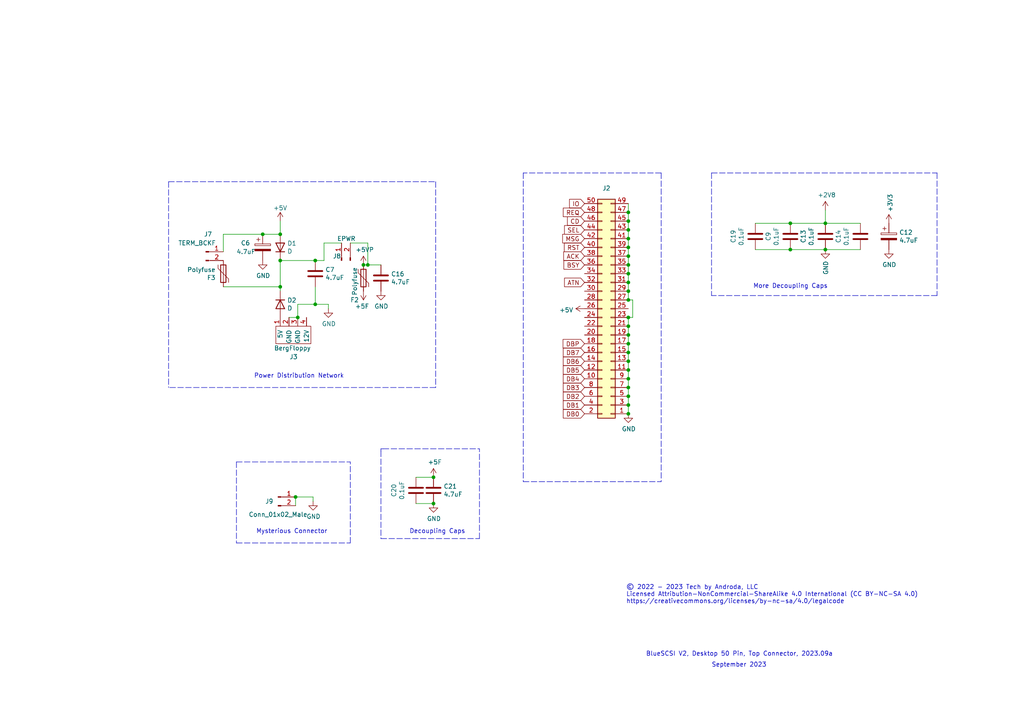
<source format=kicad_sch>
(kicad_sch (version 20211123) (generator eeschema)
  (paper "A4")
  (lib_symbols
    (symbol "Connector:Conn_01x02_Male" (pin_names (offset 1.016) hide)
      (property "Reference" "J" (at 0 2.54 0))
      (property "Value" "Conn_01x02_Male" (at 0 -5.08 0))
      (symbol "Conn_01x02_Male_1_1"
        (polyline (pts (xy 1.27 -2.54) (xy 0.8636 -2.54)) (stroke (width 0.1524)))
        (polyline (pts (xy 1.27 0) (xy 0.8636 0)) (stroke (width 0.1524)))
        (rectangle (start 0.8636 -2.413) (end 0 -2.667) (stroke (width 0.1524)) (fill (type outline)))
        (rectangle (start 0.8636 0.127) (end 0 -0.127) (stroke (width 0.1524)) (fill (type outline)))
        (pin passive line (at 5.08 0 180) (length 3.81) (name "Pin_1") (number "1"))
        (pin passive line (at 5.08 -2.54 180) (length 3.81) (name "Pin_2") (number "2"))
      )
    )
    (symbol "Connector_Generic:Conn_02x25_Odd_Even" (pin_names (offset 1.016) hide)
      (property "Reference" "J" (at 1.27 33.02 0))
      (property "Value" "Conn_02x25_Odd_Even" (at 1.27 -33.02 0))
      (symbol "Conn_02x25_Odd_Even_1_1"
        (rectangle (start -1.27 -30.353) (end 0 -30.607) (stroke (width 0.1524)))
        (rectangle (start -1.27 -27.813) (end 0 -28.067) (stroke (width 0.1524)))
        (rectangle (start -1.27 -25.273) (end 0 -25.527) (stroke (width 0.1524)))
        (rectangle (start -1.27 -22.733) (end 0 -22.987) (stroke (width 0.1524)))
        (rectangle (start -1.27 -20.193) (end 0 -20.447) (stroke (width 0.1524)))
        (rectangle (start -1.27 -17.653) (end 0 -17.907) (stroke (width 0.1524)))
        (rectangle (start -1.27 -15.113) (end 0 -15.367) (stroke (width 0.1524)))
        (rectangle (start -1.27 -12.573) (end 0 -12.827) (stroke (width 0.1524)))
        (rectangle (start -1.27 -10.033) (end 0 -10.287) (stroke (width 0.1524)))
        (rectangle (start -1.27 -7.493) (end 0 -7.747) (stroke (width 0.1524)))
        (rectangle (start -1.27 -4.953) (end 0 -5.207) (stroke (width 0.1524)))
        (rectangle (start -1.27 -2.413) (end 0 -2.667) (stroke (width 0.1524)))
        (rectangle (start -1.27 0.127) (end 0 -0.127) (stroke (width 0.1524)))
        (rectangle (start -1.27 2.667) (end 0 2.413) (stroke (width 0.1524)))
        (rectangle (start -1.27 5.207) (end 0 4.953) (stroke (width 0.1524)))
        (rectangle (start -1.27 7.747) (end 0 7.493) (stroke (width 0.1524)))
        (rectangle (start -1.27 10.287) (end 0 10.033) (stroke (width 0.1524)))
        (rectangle (start -1.27 12.827) (end 0 12.573) (stroke (width 0.1524)))
        (rectangle (start -1.27 15.367) (end 0 15.113) (stroke (width 0.1524)))
        (rectangle (start -1.27 17.907) (end 0 17.653) (stroke (width 0.1524)))
        (rectangle (start -1.27 20.447) (end 0 20.193) (stroke (width 0.1524)))
        (rectangle (start -1.27 22.987) (end 0 22.733) (stroke (width 0.1524)))
        (rectangle (start -1.27 25.527) (end 0 25.273) (stroke (width 0.1524)))
        (rectangle (start -1.27 28.067) (end 0 27.813) (stroke (width 0.1524)))
        (rectangle (start -1.27 30.607) (end 0 30.353) (stroke (width 0.1524)))
        (rectangle (start -1.27 31.75) (end 3.81 -31.75) (stroke (width 0.254)) (fill (type background)))
        (rectangle (start 3.81 -30.353) (end 2.54 -30.607) (stroke (width 0.1524)))
        (rectangle (start 3.81 -27.813) (end 2.54 -28.067) (stroke (width 0.1524)))
        (rectangle (start 3.81 -25.273) (end 2.54 -25.527) (stroke (width 0.1524)))
        (rectangle (start 3.81 -22.733) (end 2.54 -22.987) (stroke (width 0.1524)))
        (rectangle (start 3.81 -20.193) (end 2.54 -20.447) (stroke (width 0.1524)))
        (rectangle (start 3.81 -17.653) (end 2.54 -17.907) (stroke (width 0.1524)))
        (rectangle (start 3.81 -15.113) (end 2.54 -15.367) (stroke (width 0.1524)))
        (rectangle (start 3.81 -12.573) (end 2.54 -12.827) (stroke (width 0.1524)))
        (rectangle (start 3.81 -10.033) (end 2.54 -10.287) (stroke (width 0.1524)))
        (rectangle (start 3.81 -7.493) (end 2.54 -7.747) (stroke (width 0.1524)))
        (rectangle (start 3.81 -4.953) (end 2.54 -5.207) (stroke (width 0.1524)))
        (rectangle (start 3.81 -2.413) (end 2.54 -2.667) (stroke (width 0.1524)))
        (rectangle (start 3.81 0.127) (end 2.54 -0.127) (stroke (width 0.1524)))
        (rectangle (start 3.81 2.667) (end 2.54 2.413) (stroke (width 0.1524)))
        (rectangle (start 3.81 5.207) (end 2.54 4.953) (stroke (width 0.1524)))
        (rectangle (start 3.81 7.747) (end 2.54 7.493) (stroke (width 0.1524)))
        (rectangle (start 3.81 10.287) (end 2.54 10.033) (stroke (width 0.1524)))
        (rectangle (start 3.81 12.827) (end 2.54 12.573) (stroke (width 0.1524)))
        (rectangle (start 3.81 15.367) (end 2.54 15.113) (stroke (width 0.1524)))
        (rectangle (start 3.81 17.907) (end 2.54 17.653) (stroke (width 0.1524)))
        (rectangle (start 3.81 20.447) (end 2.54 20.193) (stroke (width 0.1524)))
        (rectangle (start 3.81 22.987) (end 2.54 22.733) (stroke (width 0.1524)))
        (rectangle (start 3.81 25.527) (end 2.54 25.273) (stroke (width 0.1524)))
        (rectangle (start 3.81 28.067) (end 2.54 27.813) (stroke (width 0.1524)))
        (rectangle (start 3.81 30.607) (end 2.54 30.353) (stroke (width 0.1524)))
        (pin passive line (at -5.08 30.48 0) (length 3.81) (name "Pin_1") (number "1"))
        (pin passive line (at 7.62 20.32 180) (length 3.81) (name "Pin_10") (number "10"))
        (pin passive line (at -5.08 17.78 0) (length 3.81) (name "Pin_11") (number "11"))
        (pin passive line (at 7.62 17.78 180) (length 3.81) (name "Pin_12") (number "12"))
        (pin passive line (at -5.08 15.24 0) (length 3.81) (name "Pin_13") (number "13"))
        (pin passive line (at 7.62 15.24 180) (length 3.81) (name "Pin_14") (number "14"))
        (pin passive line (at -5.08 12.7 0) (length 3.81) (name "Pin_15") (number "15"))
        (pin passive line (at 7.62 12.7 180) (length 3.81) (name "Pin_16") (number "16"))
        (pin passive line (at -5.08 10.16 0) (length 3.81) (name "Pin_17") (number "17"))
        (pin passive line (at 7.62 10.16 180) (length 3.81) (name "Pin_18") (number "18"))
        (pin passive line (at -5.08 7.62 0) (length 3.81) (name "Pin_19") (number "19"))
        (pin passive line (at 7.62 30.48 180) (length 3.81) (name "Pin_2") (number "2"))
        (pin passive line (at 7.62 7.62 180) (length 3.81) (name "Pin_20") (number "20"))
        (pin passive line (at -5.08 5.08 0) (length 3.81) (name "Pin_21") (number "21"))
        (pin passive line (at 7.62 5.08 180) (length 3.81) (name "Pin_22") (number "22"))
        (pin passive line (at -5.08 2.54 0) (length 3.81) (name "Pin_23") (number "23"))
        (pin passive line (at 7.62 2.54 180) (length 3.81) (name "Pin_24") (number "24"))
        (pin passive line (at -5.08 0 0) (length 3.81) (name "Pin_25") (number "25"))
        (pin passive line (at 7.62 0 180) (length 3.81) (name "Pin_26") (number "26"))
        (pin passive line (at -5.08 -2.54 0) (length 3.81) (name "Pin_27") (number "27"))
        (pin passive line (at 7.62 -2.54 180) (length 3.81) (name "Pin_28") (number "28"))
        (pin passive line (at -5.08 -5.08 0) (length 3.81) (name "Pin_29") (number "29"))
        (pin passive line (at -5.08 27.94 0) (length 3.81) (name "Pin_3") (number "3"))
        (pin passive line (at 7.62 -5.08 180) (length 3.81) (name "Pin_30") (number "30"))
        (pin passive line (at -5.08 -7.62 0) (length 3.81) (name "Pin_31") (number "31"))
        (pin passive line (at 7.62 -7.62 180) (length 3.81) (name "Pin_32") (number "32"))
        (pin passive line (at -5.08 -10.16 0) (length 3.81) (name "Pin_33") (number "33"))
        (pin passive line (at 7.62 -10.16 180) (length 3.81) (name "Pin_34") (number "34"))
        (pin passive line (at -5.08 -12.7 0) (length 3.81) (name "Pin_35") (number "35"))
        (pin passive line (at 7.62 -12.7 180) (length 3.81) (name "Pin_36") (number "36"))
        (pin passive line (at -5.08 -15.24 0) (length 3.81) (name "Pin_37") (number "37"))
        (pin passive line (at 7.62 -15.24 180) (length 3.81) (name "Pin_38") (number "38"))
        (pin passive line (at -5.08 -17.78 0) (length 3.81) (name "Pin_39") (number "39"))
        (pin passive line (at 7.62 27.94 180) (length 3.81) (name "Pin_4") (number "4"))
        (pin passive line (at 7.62 -17.78 180) (length 3.81) (name "Pin_40") (number "40"))
        (pin passive line (at -5.08 -20.32 0) (length 3.81) (name "Pin_41") (number "41"))
        (pin passive line (at 7.62 -20.32 180) (length 3.81) (name "Pin_42") (number "42"))
        (pin passive line (at -5.08 -22.86 0) (length 3.81) (name "Pin_43") (number "43"))
        (pin passive line (at 7.62 -22.86 180) (length 3.81) (name "Pin_44") (number "44"))
        (pin passive line (at -5.08 -25.4 0) (length 3.81) (name "Pin_45") (number "45"))
        (pin passive line (at 7.62 -25.4 180) (length 3.81) (name "Pin_46") (number "46"))
        (pin passive line (at -5.08 -27.94 0) (length 3.81) (name "Pin_47") (number "47"))
        (pin passive line (at 7.62 -27.94 180) (length 3.81) (name "Pin_48") (number "48"))
        (pin passive line (at -5.08 -30.48 0) (length 3.81) (name "Pin_49") (number "49"))
        (pin passive line (at -5.08 25.4 0) (length 3.81) (name "Pin_5") (number "5"))
        (pin passive line (at 7.62 -30.48 180) (length 3.81) (name "Pin_50") (number "50"))
        (pin passive line (at 7.62 25.4 180) (length 3.81) (name "Pin_6") (number "6"))
        (pin passive line (at -5.08 22.86 0) (length 3.81) (name "Pin_7") (number "7"))
        (pin passive line (at 7.62 22.86 180) (length 3.81) (name "Pin_8") (number "8"))
        (pin passive line (at -5.08 20.32 0) (length 3.81) (name "Pin_9") (number "9"))
      )
    )
    (symbol "Device:C" (pin_numbers hide) (pin_names (offset 0.254))
      (property "Reference" "C" (at 0.635 2.54 0))
      (property "Value" "C" (at 0.635 -2.54 0))
      (symbol "C_0_1"
        (polyline (pts (xy -2.032 -0.762) (xy 2.032 -0.762)) (stroke (width 0.508)))
        (polyline (pts (xy -2.032 0.762) (xy 2.032 0.762)) (stroke (width 0.508)))
      )
      (symbol "C_1_1"
        (pin passive line (at 0 3.81 270) (length 2.794) (name "~") (number "1"))
        (pin passive line (at 0 -3.81 90) (length 2.794) (name "~") (number "2"))
      )
    )
    (symbol "Device:CP" (pin_numbers hide) (pin_names (offset 0.254))
      (property "Reference" "C" (at 0.635 2.54 0))
      (property "Value" "Device_CP" (at 0.635 -2.54 0))
      (symbol "CP_0_1"
        (rectangle (start -2.286 0.508) (end 2.286 1.016))
        (polyline (pts (xy -1.778 2.286) (xy -0.762 2.286)))
        (polyline (pts (xy -1.27 2.794) (xy -1.27 1.778)))
        (rectangle (start 2.286 -0.508) (end -2.286 -1.016) (fill (type outline)))
      )
      (symbol "CP_1_1"
        (pin passive line (at 0 3.81 270) (length 2.794) (name "~") (number "1"))
        (pin passive line (at 0 -3.81 90) (length 2.794) (name "~") (number "2"))
      )
    )
    (symbol "Device:D" (pin_numbers hide) (pin_names (offset 1.016) hide)
      (property "Reference" "D" (at 0 2.54 0))
      (property "Value" "D" (at 0 -2.54 0))
      (symbol "D_0_1"
        (polyline (pts (xy -1.27 1.27) (xy -1.27 -1.27)) (stroke (width 0.254)))
        (polyline (pts (xy 1.27 0) (xy -1.27 0)))
        (polyline (pts (xy 1.27 1.27) (xy 1.27 -1.27) (xy -1.27 0) (xy 1.27 1.27)) (stroke (width 0.254)))
      )
      (symbol "D_1_1"
        (pin passive line (at -3.81 0 0) (length 2.54) (name "K") (number "1"))
        (pin passive line (at 3.81 0 180) (length 2.54) (name "A") (number "2"))
      )
    )
    (symbol "Device:Polyfuse" (pin_numbers hide) (pin_names (offset 0))
      (property "Reference" "F" (at -2.54 0 90))
      (property "Value" "Polyfuse" (at 2.54 0 90))
      (symbol "Polyfuse_0_1"
        (rectangle (start -0.762 2.54) (end 0.762 -2.54) (stroke (width 0.254)))
        (polyline (pts (xy 0 2.54) (xy 0 -2.54)))
        (polyline (pts (xy -1.524 2.54) (xy -1.524 1.524) (xy 1.524 -1.524) (xy 1.524 -2.54)))
      )
      (symbol "Polyfuse_1_1"
        (pin passive line (at 0 3.81 270) (length 1.27) (name "~") (number "1"))
        (pin passive line (at 0 -3.81 90) (length 1.27) (name "~") (number "2"))
      )
    )
    (symbol "custom_symbols:+5V_TPWR" (power) (pin_names (offset 0))
      (property "Value" "custom_symbols_+5V_TPWR" (at 0 3.556 0))
      (symbol "+5V_TPWR_0_1"
        (polyline (pts (xy -0.762 1.27) (xy 0 2.54)))
        (polyline (pts (xy 0 0) (xy 0 2.54)))
        (polyline (pts (xy 0 2.54) (xy 0.762 1.27)))
      )
      (symbol "+5V_TPWR_1_1"
        (pin power_in line (at 0 0 90) (length 0) hide (name "+5V") (number "1"))
      )
    )
    (symbol "custom_symbols:BergFloppy" (pin_names (offset 1.016))
      (property "Reference" "J" (at 0 -1.27 0))
      (property "Value" "custom_symbols_BergFloppy" (at 0 1.27 0))
      (symbol "BergFloppy_0_1"
        (rectangle (start -5.08 -10.16) (end 5.08 -5.08))
      )
      (symbol "BergFloppy_1_1"
        (pin power_in line (at 3.81 -12.7 90) (length 2.54) (name "5V") (number "1"))
        (pin power_in line (at 1.27 -12.7 90) (length 2.54) (name "GND") (number "2"))
        (pin power_in line (at -1.27 -12.7 90) (length 2.54) (name "GND") (number "3"))
        (pin power_in line (at -3.81 -12.7 90) (length 2.54) (name "12V") (number "4"))
      )
    )
    (symbol "power:+2V8" (power) (pin_names (offset 0))
      (property "Value" "+2V8" (at 0 3.556 0))
      (symbol "+2V8_0_1"
        (polyline (pts (xy -0.762 1.27) (xy 0 2.54)))
        (polyline (pts (xy 0 0) (xy 0 2.54)))
        (polyline (pts (xy 0 2.54) (xy 0.762 1.27)))
      )
      (symbol "+2V8_1_1"
        (pin power_in line (at 0 0 90) (length 0) hide (name "+2V8") (number "1"))
      )
    )
    (symbol "power:+3V3" (power) (pin_names (offset 0))
      (property "Value" "+3V3" (at 0 3.556 0))
      (symbol "+3V3_0_1"
        (polyline (pts (xy -0.762 1.27) (xy 0 2.54)))
        (polyline (pts (xy 0 0) (xy 0 2.54)))
        (polyline (pts (xy 0 2.54) (xy 0.762 1.27)))
      )
      (symbol "+3V3_1_1"
        (pin power_in line (at 0 0 90) (length 0) hide (name "+3V3") (number "1"))
      )
    )
    (symbol "power:+5F" (power) (pin_names (offset 0))
      (property "Value" "+5F" (at 0 3.556 0))
      (symbol "+5F_0_1"
        (polyline (pts (xy -0.762 1.27) (xy 0 2.54)))
        (polyline (pts (xy 0 0) (xy 0 2.54)))
        (polyline (pts (xy 0 2.54) (xy 0.762 1.27)))
      )
      (symbol "+5F_1_1"
        (pin power_in line (at 0 0 90) (length 0) hide (name "+5F") (number "1"))
      )
    )
    (symbol "power:+5VP" (power) (pin_names (offset 0))
      (property "Value" "+5VP" (at 0 3.556 0))
      (symbol "+5VP_0_1"
        (polyline (pts (xy -0.762 1.27) (xy 0 2.54)))
        (polyline (pts (xy 0 0) (xy 0 2.54)))
        (polyline (pts (xy 0 2.54) (xy 0.762 1.27)))
      )
      (symbol "+5VP_1_1"
        (pin power_in line (at 0 0 90) (length 0) hide (name "+5VP") (number "1"))
      )
    )
    (symbol "power:GND" (power) (pin_names (offset 0))
      (property "Value" "GND" (at 0 -3.81 0))
      (symbol "GND_0_1"
        (polyline (pts (xy 0 0) (xy 0 -1.27) (xy 1.27 -1.27) (xy 0 -2.54) (xy -1.27 -1.27) (xy 0 -1.27)))
      )
      (symbol "GND_1_1"
        (pin power_in line (at 0 0 270) (length 0) hide (name "GND") (number "1"))
      )
    )
  )
  (junction (at 81.28 83.185))
  (junction (at 182.245 66.675))
  (junction (at 182.245 69.215))
  (junction (at 182.245 71.755))
  (junction (at 182.245 117.475))
  (junction (at 182.245 94.615))
  (junction (at 239.395 72.39))
  (junction (at 76.2 67.945))
  (junction (at 86.36 92.075))
  (junction (at 182.245 109.855))
  (junction (at 106.68 76.835))
  (junction (at 105.41 76.835))
  (junction (at 125.73 146.05))
  (junction (at 182.245 76.835))
  (junction (at 182.245 112.395))
  (junction (at 182.245 79.375))
  (junction (at 182.245 107.315))
  (junction (at 239.395 64.77))
  (junction (at 182.245 86.995))
  (junction (at 182.245 102.235))
  (junction (at 182.245 120.015))
  (junction (at 182.245 97.155))
  (junction (at 182.245 99.695))
  (junction (at 182.245 114.935))
  (junction (at 182.245 61.595))
  (junction (at 229.235 72.39))
  (junction (at 81.28 67.945))
  (junction (at 91.44 75.565))
  (junction (at 125.73 138.43))
  (junction (at 182.245 81.915))
  (junction (at 182.245 74.295))
  (junction (at 182.245 92.075))
  (junction (at 182.245 64.135))
  (junction (at 182.245 84.455))
  (junction (at 85.725 144.145))
  (junction (at 229.235 64.77))
  (junction (at 91.44 88.265))
  (junction (at 81.28 75.565))
  (junction (at 182.245 104.775))
  (wire (pts (xy 239.395 72.39) (xy 249.555 72.39)))
  (wire (pts (xy 93.98 70.485) (xy 99.06 70.485)))
  (polyline (pts (xy 111.125 130.175) (xy 110.49 130.175)))
  (wire (pts (xy 183.515 86.995) (xy 182.245 86.995)))
  (wire (pts (xy 64.77 67.945) (xy 64.77 73.025)))
  (wire (pts (xy 182.245 107.315) (xy 182.245 104.775)))
  (wire (pts (xy 182.245 79.375) (xy 182.245 76.835)))
  (wire (pts (xy 219.075 72.39) (xy 229.235 72.39)))
  (wire (pts (xy 182.245 61.595) (xy 182.245 59.055)))
  (wire (pts (xy 81.28 67.945) (xy 76.2 67.945)))
  (wire (pts (xy 239.395 64.77) (xy 249.555 64.77)))
  (wire (pts (xy 182.245 109.855) (xy 182.245 107.315)))
  (polyline (pts (xy 110.49 130.175) (xy 110.49 130.81)))
  (polyline (pts (xy 191.77 50.165) (xy 151.765 50.165)))
  (wire (pts (xy 239.395 60.96) (xy 239.395 64.77)))
  (wire (pts (xy 183.515 92.075) (xy 183.515 86.995)))
  (polyline (pts (xy 111.125 130.175) (xy 139.065 130.175)))
  (wire (pts (xy 229.235 72.39) (xy 239.395 72.39)))
  (wire (pts (xy 64.77 67.945) (xy 76.2 67.945)))
  (wire (pts (xy 182.245 81.915) (xy 182.245 79.375)))
  (wire (pts (xy 182.245 86.995) (xy 182.245 84.455)))
  (wire (pts (xy 85.725 146.685) (xy 85.725 144.145)))
  (wire (pts (xy 182.245 71.755) (xy 182.245 69.215)))
  (wire (pts (xy 95.25 88.265) (xy 95.25 89.535)))
  (wire (pts (xy 219.075 64.77) (xy 229.235 64.77)))
  (wire (pts (xy 229.235 64.77) (xy 239.395 64.77)))
  (wire (pts (xy 81.28 67.945) (xy 81.28 64.135)))
  (polyline (pts (xy 48.895 52.705) (xy 126.365 52.705)))
  (wire (pts (xy 85.725 144.145) (xy 90.805 144.145)))
  (wire (pts (xy 182.245 112.395) (xy 182.245 109.855)))
  (wire (pts (xy 182.245 117.475) (xy 182.245 114.935)))
  (wire (pts (xy 86.36 88.265) (xy 86.36 92.075)))
  (wire (pts (xy 182.245 94.615) (xy 182.245 92.075)))
  (polyline (pts (xy 271.78 50.165) (xy 271.78 85.725)))
  (wire (pts (xy 182.245 92.075) (xy 183.515 92.075)))
  (wire (pts (xy 106.68 70.485) (xy 106.68 76.835)))
  (wire (pts (xy 81.28 83.185) (xy 81.28 84.455)))
  (polyline (pts (xy 110.49 130.81) (xy 110.49 156.21)))
  (wire (pts (xy 101.6 70.485) (xy 106.68 70.485)))
  (wire (pts (xy 182.245 99.695) (xy 182.245 97.155)))
  (polyline (pts (xy 68.58 157.48) (xy 101.6 157.48)))
  (polyline (pts (xy 271.78 85.725) (xy 206.375 85.725)))
  (polyline (pts (xy 101.6 157.48) (xy 101.6 133.985)))
  (wire (pts (xy 83.82 92.075) (xy 86.36 92.075)))
  (wire (pts (xy 64.77 83.185) (xy 81.28 83.185)))
  (wire (pts (xy 182.245 69.215) (xy 182.245 66.675)))
  (wire (pts (xy 182.245 84.455) (xy 182.245 81.915)))
  (wire (pts (xy 93.98 75.565) (xy 93.98 70.485)))
  (wire (pts (xy 182.245 66.675) (xy 182.245 64.135)))
  (wire (pts (xy 120.65 138.43) (xy 125.73 138.43)))
  (wire (pts (xy 91.44 88.265) (xy 86.36 88.265)))
  (wire (pts (xy 81.28 75.565) (xy 91.44 75.565)))
  (polyline (pts (xy 110.49 156.21) (xy 139.065 156.21)))
  (wire (pts (xy 182.245 120.015) (xy 182.245 117.475)))
  (wire (pts (xy 182.245 97.155) (xy 182.245 94.615)))
  (wire (pts (xy 91.44 83.185) (xy 91.44 88.265)))
  (wire (pts (xy 182.245 114.935) (xy 182.245 112.395)))
  (polyline (pts (xy 126.365 112.395) (xy 48.895 112.395)))
  (wire (pts (xy 120.65 146.05) (xy 125.73 146.05)))
  (wire (pts (xy 90.805 144.145) (xy 90.805 145.415)))
  (wire (pts (xy 182.245 76.835) (xy 182.245 74.295)))
  (polyline (pts (xy 206.375 50.165) (xy 206.375 85.725)))
  (polyline (pts (xy 48.895 52.705) (xy 48.895 112.395)))
  (polyline (pts (xy 151.765 139.7) (xy 191.77 139.7)))
  (polyline (pts (xy 139.065 156.21) (xy 139.065 130.175)))
  (wire (pts (xy 182.245 104.775) (xy 182.245 102.235)))
  (wire (pts (xy 106.68 76.835) (xy 110.49 76.835)))
  (polyline (pts (xy 68.58 133.985) (xy 68.58 157.48)))
  (wire (pts (xy 182.245 102.235) (xy 182.245 99.695)))
  (polyline (pts (xy 68.58 133.985) (xy 101.6 133.985)))
  (wire (pts (xy 105.41 76.835) (xy 106.68 76.835)))
  (wire (pts (xy 182.245 64.135) (xy 182.245 61.595)))
  (polyline (pts (xy 151.765 50.165) (xy 151.765 139.7)))
  (polyline (pts (xy 126.365 52.705) (xy 126.365 112.395)))
  (wire (pts (xy 93.98 75.565) (xy 91.44 75.565)))
  (polyline (pts (xy 191.77 50.165) (xy 191.77 139.7)))
  (wire (pts (xy 182.245 74.295) (xy 182.245 71.755)))
  (wire (pts (xy 81.28 75.565) (xy 81.28 83.185)))
  (polyline (pts (xy 206.375 50.165) (xy 271.78 50.165)))
  (wire (pts (xy 91.44 88.265) (xy 95.25 88.265)))
  (text "Decoupling Caps" (at 118.745 154.94 0) (effects (font (size 1.27 1.27)) (justify left bottom)))
  (text "Power Distribution Network" (at 73.66 109.855 0) (effects (font (size 1.27 1.27)) (justify left bottom)))
  (text "Mysterious Connector" (at 74.295 154.94 0) (effects (font (size 1.27 1.27)) (justify left bottom)))
  (text "More Decoupling Caps" (at 218.44 83.82 0) (effects (font (size 1.27 1.27)) (justify left bottom)))
  (text "September 2023" (at 206.375 193.675 0) (effects (font (size 1.27 1.27)) (justify left bottom)))
  (text "© 2022 - 2023 Tech by Androda, LLC\nLicensed Attribution-NonCommercial-ShareAlike 4.0 International (CC BY-NC-SA 4.0)\nhttps://creativecommons.org/licenses/by-nc-sa/4.0/legalcode" (at 181.61 175.26 0) (effects (font (size 1.27 1.27)) (justify left bottom)))
  (text "BlueSCSI V2, Desktop 50 Pin, Top Connector, 2023.09a" (at 187.325 190.5 0) (effects (font (size 1.27 1.27)) (justify left bottom)))
  (global_label "IO" (shape input) (at 169.545 59.055 180) (property "Intersheet References" "${INTERSHEET_REFS}" (effects hide)))
  (global_label "CD" (shape input) (at 169.545 64.135 180) (property "Intersheet References" "${INTERSHEET_REFS}" (effects hide)))
  (global_label "DB7" (shape input) (at 169.545 102.235 180) (property "Intersheet References" "${INTERSHEET_REFS}" (effects hide)))
  (global_label "DB2" (shape input) (at 169.545 114.935 180) (property "Intersheet References" "${INTERSHEET_REFS}" (effects hide)))
  (global_label "ACK" (shape input) (at 169.545 74.295 180) (property "Intersheet References" "${INTERSHEET_REFS}" (effects hide)))
  (global_label "SEL" (shape input) (at 169.545 66.675 180) (property "Intersheet References" "${INTERSHEET_REFS}" (effects hide)))
  (global_label "DB6" (shape input) (at 169.545 104.775 180) (property "Intersheet References" "${INTERSHEET_REFS}" (effects hide)))
  (global_label "MSG" (shape input) (at 169.545 69.215 180) (property "Intersheet References" "${INTERSHEET_REFS}" (effects hide)))
  (global_label "BSY" (shape input) (at 169.545 76.835 180) (property "Intersheet References" "${INTERSHEET_REFS}" (effects hide)))
  (global_label "DB1" (shape input) (at 169.545 117.475 180) (property "Intersheet References" "${INTERSHEET_REFS}" (effects hide)))
  (global_label "DB3" (shape input) (at 169.545 112.395 180) (property "Intersheet References" "${INTERSHEET_REFS}" (effects hide)))
  (global_label "ATN" (shape input) (at 169.545 81.915 180) (property "Intersheet References" "${INTERSHEET_REFS}" (effects hide)))
  (global_label "DB0" (shape input) (at 169.545 120.015 180) (property "Intersheet References" "${INTERSHEET_REFS}" (effects hide)))
  (global_label "DB4" (shape input) (at 169.545 109.855 180) (property "Intersheet References" "${INTERSHEET_REFS}" (effects hide)))
  (global_label "DB5" (shape input) (at 169.545 107.315 180) (property "Intersheet References" "${INTERSHEET_REFS}" (effects hide)))
  (global_label "RST" (shape input) (at 169.545 71.755 180) (property "Intersheet References" "${INTERSHEET_REFS}" (effects hide)))
  (global_label "REQ" (shape input) (at 169.545 61.595 180) (property "Intersheet References" "${INTERSHEET_REFS}" (effects hide)))
  (global_label "DBP" (shape input) (at 169.545 99.695 180) (property "Intersheet References" "${INTERSHEET_REFS}" (effects hide)))
  (symbol (lib_id "Device:Polyfuse") (at 105.41 80.645 0) (unit 1)
    (property "Reference" "F2" (at 101.6 86.995 0) (effects (justify left)))
    (property "Value" "Polyfuse" (at 102.87 85.725 90) (effects (justify left)))
    (property "Footprint" "Fuse:Fuse_0805_2012Metric_Pad1.15x1.40mm_HandSolder" (effects hide))
  )
  (symbol (lib_id "power:+5F") (at 125.73 138.43 0) (unit 1)
    (property "Reference" "#PWR070" (effects hide))
    (property "Value" "+5F" (at 126.111 134.0358 0))
  )
  (symbol (lib_id "power:+5F") (at 105.41 84.455 180) (unit 1)
    (property "Reference" "#PWR027" (effects hide))
    (property "Value" "+5F" (at 105.029 88.8492 0))
  )
  (symbol (lib_id "power:GND") (at 90.805 145.415 0) (unit 1)
    (property "Reference" "#PWR0101" (effects hide))
    (property "Value" "GND" (at 90.932 149.8092 0))
  )
  (symbol (lib_id "Device:CP") (at 76.2 71.755 0) (unit 1)
    (property "Reference" "C6" (at 69.85 70.485 0) (effects (justify left)))
    (property "Value" "4.7uF" (at 68.58 73.025 0) (effects (justify left)))
    (property "Footprint" "Capacitor_SMD:C_0805_2012Metric_Pad1.15x1.40mm_HandSolder" (effects hide))
  )
  (symbol (lib_id "power:+3V3") (at 257.81 64.77 0) (unit 1)
    (property "Reference" "#PWR048" (effects hide))
    (property "Value" "+3V3" (at 258.191 61.5188 90) (effects (justify left)))
  )
  (symbol (lib_id "Connector_Generic:Conn_02x25_Odd_Even") (at 177.165 89.535 180) (unit 1)
    (property "Reference" "J2" (at 175.895 54.61 0))
    (property "Value" "Conn_02x25_Odd_Even" (effects hide))
    (property "Footprint" "Connector_PinHeader_2.54mm:PinHeader_2x25_P2.54mm_Horizontal" (effects hide))
  )
  (symbol (lib_id "Device:C") (at 120.65 142.24 180) (unit 1)
    (property "Reference" "C20" (at 114.2492 142.24 90))
    (property "Value" "0.1uF" (at 116.5606 142.24 90))
    (property "Footprint" "Capacitor_SMD:C_0805_2012Metric_Pad1.18x1.45mm_HandSolder" (effects hide))
  )
  (symbol (lib_id "power:GND") (at 95.25 89.535 0) (unit 1)
    (property "Reference" "#PWR026" (effects hide))
    (property "Value" "GND" (at 95.377 93.9292 0))
  )
  (symbol (lib_id "Device:D") (at 81.28 71.755 90) (unit 1)
    (property "Reference" "D1" (at 83.312 70.5866 90) (effects (justify right)))
    (property "Value" "D" (at 83.312 72.898 90) (effects (justify right)))
    (property "Footprint" "Diode_SMD:D_SMA" (effects hide))
  )
  (symbol (lib_id "power:GND") (at 257.81 72.39 0) (unit 1)
    (property "Reference" "#PWR050" (effects hide))
    (property "Value" "GND" (at 257.937 76.7842 0))
  )
  (symbol (lib_id "power:+5VP") (at 105.41 76.835 0) (unit 1)
    (property "Reference" "#PWR025" (effects hide))
    (property "Value" "+5VP" (at 105.791 72.4408 0))
  )
  (symbol (lib_id "Device:C") (at 249.555 68.58 180) (unit 1)
    (property "Reference" "C14" (at 243.1542 68.58 90))
    (property "Value" "0.1uF" (at 245.4656 68.58 90))
    (property "Footprint" "Capacitor_SMD:C_0805_2012Metric_Pad1.18x1.45mm_HandSolder" (effects hide))
  )
  (symbol (lib_id "custom_symbols:BergFloppy") (at 85.09 104.775 180) (unit 1)
    (property "Reference" "J3" (at 86.36 103.505 0) (effects (justify left)))
    (property "Value" "BergFloppy" (at 90.17 100.965 0) (effects (justify left)))
    (property "Footprint" "Library:BergFloppy_RightAngle" (effects hide))
  )
  (symbol (lib_id "custom_symbols:+5V_TPWR") (at 169.545 89.535 90) (mirror x) (unit 1)
    (property "Reference" "#PWR0121" (effects hide))
    (property "Value" "+5V_TPWR" (at 166.2938 89.916 90) (effects (justify left)))
  )
  (symbol (lib_id "power:GND") (at 110.49 84.455 0) (unit 1)
    (property "Reference" "#PWR0102" (effects hide))
    (property "Value" "GND" (at 110.617 88.8492 0))
  )
  (symbol (lib_id "power:GND") (at 76.2 75.565 0) (unit 1)
    (property "Reference" "#PWR018" (effects hide))
    (property "Value" "GND" (at 76.327 79.9592 0))
  )
  (symbol (lib_id "Device:C") (at 229.235 68.58 180) (unit 1)
    (property "Reference" "C9" (at 222.8342 68.58 90))
    (property "Value" "0.1uF" (at 225.1456 68.58 90))
    (property "Footprint" "Capacitor_SMD:C_0805_2012Metric_Pad1.18x1.45mm_HandSolder" (effects hide))
  )
  (symbol (lib_id "power:GND") (at 239.395 72.39 0) (unit 1)
    (property "Reference" "#PWR056" (effects hide))
    (property "Value" "GND" (at 239.522 75.6412 90) (effects (justify right)))
  )
  (symbol (lib_id "Device:Polyfuse") (at 64.77 79.375 180) (unit 1)
    (property "Reference" "F3" (at 62.5348 80.5434 0) (effects (justify left)))
    (property "Value" "Polyfuse" (at 62.5348 78.232 0) (effects (justify left)))
    (property "Footprint" "Fuse:Fuse_0805_2012Metric_Pad1.15x1.40mm_HandSolder" (effects hide))
    (property "JLC Part#" "C883109" (effects hide))
  )
  (symbol (lib_id "Device:D") (at 81.28 88.265 270) (unit 1)
    (property "Reference" "D2" (at 83.312 87.0966 90) (effects (justify left)))
    (property "Value" "D" (at 83.312 89.408 90) (effects (justify left)))
    (property "Footprint" "Diode_SMD:D_SMA" (effects hide))
  )
  (symbol (lib_id "Device:C") (at 110.49 80.645 0) (unit 1)
    (property "Reference" "C16" (at 113.411 79.4766 0) (effects (justify left)))
    (property "Value" "4.7uF" (at 113.411 81.788 0) (effects (justify left)))
    (property "Footprint" "Capacitor_SMD:C_0805_2012Metric_Pad1.18x1.45mm_HandSolder" (effects hide))
  )
  (symbol (lib_id "power:GND") (at 125.73 146.05 0) (unit 1)
    (property "Reference" "#PWR071" (effects hide))
    (property "Value" "GND" (at 125.857 150.4442 0))
  )
  (symbol (lib_id "Device:C") (at 239.395 68.58 180) (unit 1)
    (property "Reference" "C13" (at 232.9942 68.58 90))
    (property "Value" "0.1uF" (at 235.3056 68.58 90))
    (property "Footprint" "Capacitor_SMD:C_0805_2012Metric_Pad1.18x1.45mm_HandSolder" (effects hide))
  )
  (symbol (lib_id "Connector:Conn_01x02_Male") (at 99.06 75.565 90) (unit 1)
    (property "Reference" "J8" (at 96.52 74.295 90) (effects (justify right)))
    (property "Value" "EPWR" (at 97.79 69.215 90) (effects (justify right)))
    (property "Footprint" "Connector_PinHeader_2.54mm:PinHeader_1x02_P2.54mm_Vertical" (effects hide))
  )
  (symbol (lib_id "custom_symbols:+5V_TPWR") (at 81.28 64.135 0) (unit 1)
    (property "Reference" "#PWR019" (effects hide))
    (property "Value" "+5V_TPWR" (at 81.28 60.325 0))
  )
  (symbol (lib_id "power:+2V8") (at 239.395 60.96 0) (unit 1)
    (property "Reference" "#PWR055" (effects hide))
    (property "Value" "+2V8" (at 239.776 56.5658 0))
  )
  (symbol (lib_id "power:GND") (at 182.245 120.015 0) (unit 1)
    (property "Reference" "#PWR0120" (effects hide))
    (property "Value" "GND" (at 182.372 124.4092 0))
  )
  (symbol (lib_id "Connector:Conn_01x02_Male") (at 80.645 144.145 0) (unit 1)
    (property "Reference" "J9" (at 78.105 145.415 0))
    (property "Value" "Conn_01x02_Male" (at 80.645 149.225 0))
    (property "Footprint" "Connector_PinHeader_2.54mm:PinHeader_1x02_P2.54mm_Vertical" (effects hide))
  )
  (symbol (lib_id "Device:C") (at 125.73 142.24 0) (unit 1)
    (property "Reference" "C21" (at 128.651 141.0716 0) (effects (justify left)))
    (property "Value" "4.7uF" (at 128.651 143.383 0) (effects (justify left)))
    (property "Footprint" "Capacitor_SMD:C_0805_2012Metric_Pad1.18x1.45mm_HandSolder" (effects hide))
  )
  (symbol (lib_id "Device:C") (at 91.44 79.375 0) (unit 1)
    (property "Reference" "C7" (at 94.361 78.2066 0) (effects (justify left)))
    (property "Value" "4.7uF" (at 94.361 80.518 0) (effects (justify left)))
    (property "Footprint" "Capacitor_SMD:C_0805_2012Metric_Pad1.15x1.40mm_HandSolder" (effects hide))
  )
  (symbol (lib_id "Device:C") (at 219.075 68.58 180) (unit 1)
    (property "Reference" "C19" (at 212.6742 68.58 90))
    (property "Value" "0.1uF" (at 214.9856 68.58 90))
    (property "Footprint" "Capacitor_SMD:C_0805_2012Metric_Pad1.18x1.45mm_HandSolder" (effects hide))
  )
  (symbol (lib_id "Connector:Conn_01x02_Male") (at 59.69 73.025 0) (unit 1)
    (property "Reference" "J7" (at 60.325 67.945 0))
    (property "Value" "TERM_BCKF" (at 57.15 70.485 0))
    (property "Footprint" "Connector_PinHeader_2.54mm:PinHeader_1x02_P2.54mm_Vertical" (effects hide))
  )
  (symbol (lib_id "Device:CP") (at 257.81 68.58 0) (unit 1)
    (property "Reference" "C12" (at 260.8072 67.4116 0) (effects (justify left)))
    (property "Value" "4.7uF" (at 260.8072 69.723 0) (effects (justify left)))
    (property "Footprint" "Capacitor_SMD:C_0805_2012Metric_Pad1.15x1.40mm_HandSolder" (effects hide))
  )
)
</source>
